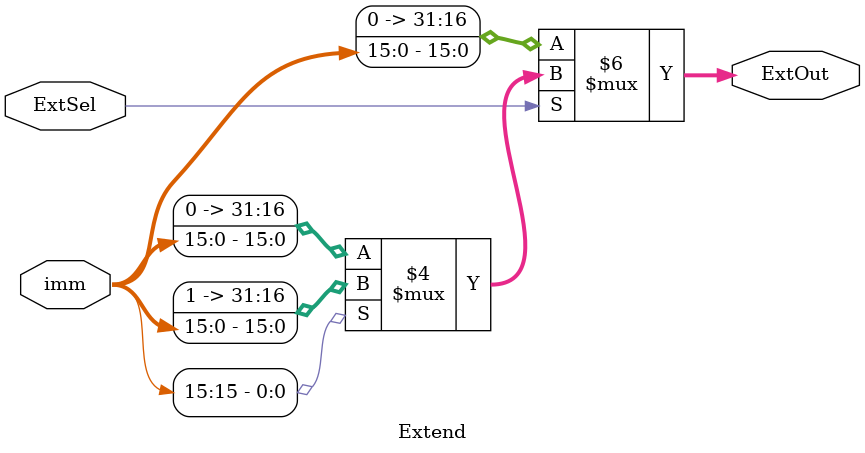
<source format=v>
`timescale 1ns / 1ps

module Extend(
    input ExtSel,
    input [15:0] imm,
    output [31:0] ExtOut
    );
    reg [31:0] ExtOut;
	always@(*) begin
		if (ExtSel==0) ExtOut={16'h0000,imm};
		else ExtOut=(imm[15]==0)?{16'h0000,imm}:{16'hffff,imm};
	end
endmodule

</source>
